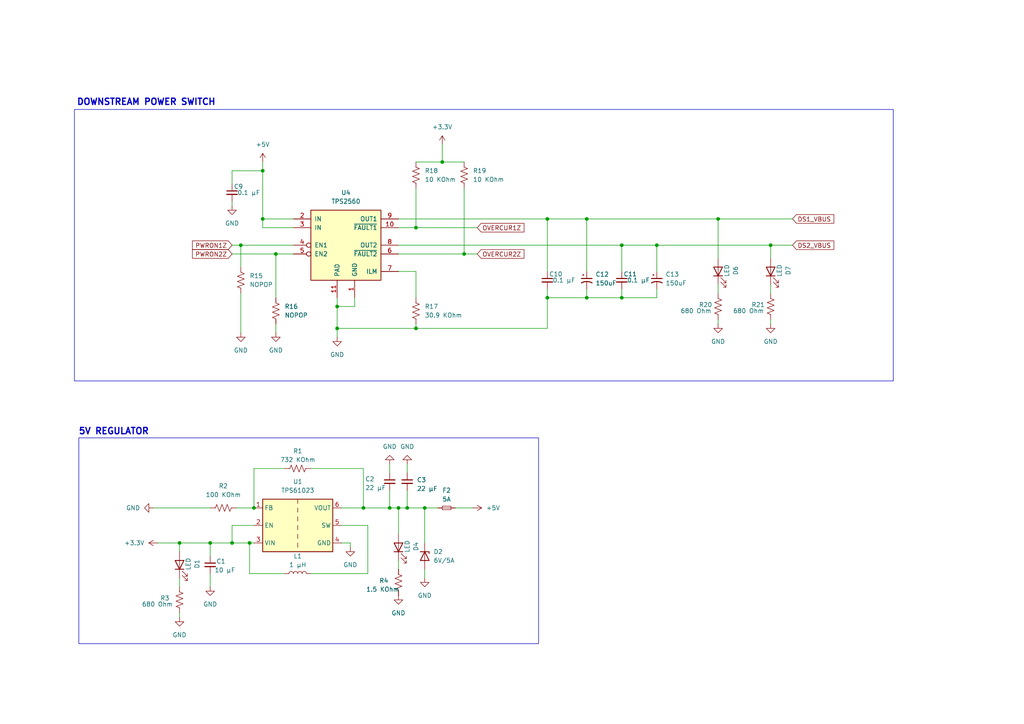
<source format=kicad_sch>
(kicad_sch (version 20250114) (generator "eeschema") (generator_version "9.0")
  (paper "A4")
  (title_block (title "PCI2USB") (date "2025-10-13") (rev "1.0.0") (company "3mdeb Sp. z o.o    Jakub Sobota") (comment 1 "https://www.ti.com/lit/ds/symlink/tps61023.pdf") (comment 2 "https://www.ti.com/lit/ug/sllu146d/sllu146d.pdf") (comment 3 "Based on:") (comment 4 "USB Power"))
  (lib_symbols
    (symbol "DC-DC Converter:TPS61023"
      (property "Reference" "U" (at 0 11.43 0))
      (property "Value" "TPS61023" (at 0 8.89 0))
      (symbol "TPS61023_0_1"
        (rectangle (start -10.16 7.62) (end 10.16 -7.62) (stroke (width 0.254)) (fill (type background)))
        (polyline (pts (xy 0 7.62) (xy 0 6.35)))
        (polyline (pts (xy 0 5.08) (xy 0 3.81)))
        (polyline (pts (xy 0 2.54) (xy 0 1.27)))
        (polyline (pts (xy 0 0) (xy 0 -1.27)))
        (polyline (pts (xy 0 -2.54) (xy 0 -3.81)))
        (polyline (pts (xy 0 -5.08) (xy 0 -6.35)))
      )
      (symbol "TPS61023_1_1"
        (pin input line (at -12.7 5.08 0) (length 2.54) (name "FB") (number "1"))
        (pin input line (at -12.7 0 0) (length 2.54) (name "EN") (number "2"))
        (pin power_in line (at -12.7 -5.08 0) (length 2.54) (name "VIN") (number "3"))
        (pin power_out line (at 12.7 5.08 180) (length 2.54) (name "VOUT") (number "6"))
        (pin input line (at 12.7 0 180) (length 2.54) (name "SW") (number "5"))
        (pin power_in line (at 12.7 -5.08 180) (length 2.54) (name "GND") (number "4"))
      )
    )
    (symbol "Device:C_Polarized_Small_US" (pin_numbers (hide yes)) (pin_names (offset 0.254) (hide yes))
      (property "Reference" "C" (at 0.254 1.778 0))
      (property "Value" "C_Polarized_Small_US" (at 0.254 -2.032 0))
      (symbol "C_Polarized_Small_US_0_1"
        (polyline (pts (xy -1.524 0.508) (xy 1.524 0.508)) (stroke (width 0.3048)))
        (polyline (pts (xy -1.27 1.524) (xy -0.762 1.524)))
        (polyline (pts (xy -1.016 1.27) (xy -1.016 1.778)))
        (arc (start -1.524 -0.762) (mid 0 -0.3734) (end 1.524 -0.762) (stroke (width 0.3048)))
      )
      (symbol "C_Polarized_Small_US_1_1"
        (pin passive line (at 0 2.54 270) (length 2.032) (name "~") (number "1"))
        (pin passive line (at 0 -2.54 90) (length 2.032) (name "~") (number "2"))
      )
    )
    (symbol "Device:C_Small" (pin_numbers (hide yes)) (pin_names (offset 0.254) (hide yes))
      (property "Reference" "C" (at 0.254 1.778 0))
      (property "Value" "C_Small" (at 0.254 -2.032 0))
      (symbol "C_Small_0_1"
        (polyline (pts (xy -1.524 0.508) (xy 1.524 0.508)) (stroke (width 0.3048)))
        (polyline (pts (xy -1.524 -0.508) (xy 1.524 -0.508)) (stroke (width 0.3302)))
      )
      (symbol "C_Small_1_1"
        (pin passive line (at 0 2.54 270) (length 2.032) (name "~") (number "1"))
        (pin passive line (at 0 -2.54 90) (length 2.032) (name "~") (number "2"))
      )
    )
    (symbol "Device:Fuse_Small" (pin_numbers (hide yes)) (pin_names (offset 0.254) (hide yes))
      (property "Reference" "F" (at 0 -1.524 0))
      (property "Value" "Fuse_Small" (at 0 1.524 0))
      (symbol "Fuse_Small_0_1"
        (rectangle (start -1.27 0.508) (end 1.27 -0.508))
        (polyline (pts (xy -1.27 0) (xy 1.27 0)))
      )
      (symbol "Fuse_Small_1_1"
        (pin passive line (at -2.54 0 0) (length 1.27) (name "~") (number "1"))
        (pin passive line (at 2.54 0 180) (length 1.27) (name "~") (number "2"))
      )
    )
    (symbol "Device:L" (pin_numbers (hide yes)) (pin_names (offset 1.016) (hide yes))
      (property "Reference" "L" (at -1.27 0 90))
      (property "Value" "L" (at 1.905 0 90))
      (symbol "L_0_1"
        (arc (start 0 2.54) (mid 0.6323 1.905) (end 0 1.27))
        (arc (start 0 1.27) (mid 0.6323 0.635) (end 0 0))
        (arc (start 0 0) (mid 0.6323 -0.635) (end 0 -1.27))
        (arc (start 0 -1.27) (mid 0.6323 -1.905) (end 0 -2.54))
      )
      (symbol "L_1_1"
        (pin passive line (at 0 3.81 270) (length 1.27) (name "1") (number "1"))
        (pin passive line (at 0 -3.81 90) (length 1.27) (name "2") (number "2"))
      )
    )
    (symbol "Device:LED" (pin_numbers (hide yes)) (pin_names (offset 1.016) (hide yes))
      (property "Reference" "D" (at 0 2.54 0))
      (property "Value" "LED" (at 0 -2.54 0))
      (symbol "LED_0_1"
        (polyline (pts (xy -3.048 -0.762) (xy -4.572 -2.286) (xy -3.81 -2.286) (xy -4.572 -2.286) (xy -4.572 -1.524)))
        (polyline (pts (xy -1.778 -0.762) (xy -3.302 -2.286) (xy -2.54 -2.286) (xy -3.302 -2.286) (xy -3.302 -1.524)))
        (polyline (pts (xy -1.27 0) (xy 1.27 0)))
        (polyline (pts (xy -1.27 -1.27) (xy -1.27 1.27)) (stroke (width 0.254)))
        (polyline (pts (xy 1.27 -1.27) (xy 1.27 1.27) (xy -1.27 0) (xy 1.27 -1.27)) (stroke (width 0.254)))
      )
      (symbol "LED_1_1"
        (pin passive line (at -3.81 0 0) (length 2.54) (name "K") (number "1"))
        (pin passive line (at 3.81 0 180) (length 2.54) (name "A") (number "2"))
      )
    )
    (symbol "Device:R_US" (pin_numbers (hide yes)) (pin_names (offset 0))
      (property "Reference" "R" (at 2.54 0 90))
      (property "Value" "R_US" (at -2.54 0 90))
      (symbol "R_US_0_1"
        (polyline (pts (xy 0 2.286) (xy 0 2.54)))
        (polyline (pts (xy 0 2.286) (xy 1.016 1.905) (xy 0 1.524) (xy -1.016 1.143) (xy 0 0.762)))
        (polyline (pts (xy 0 0.762) (xy 1.016 0.381) (xy 0 0) (xy -1.016 -0.381) (xy 0 -0.762)))
        (polyline (pts (xy 0 -0.762) (xy 1.016 -1.143) (xy 0 -1.524) (xy -1.016 -1.905) (xy 0 -2.286)))
        (polyline (pts (xy 0 -2.286) (xy 0 -2.54)))
      )
      (symbol "R_US_1_1"
        (pin passive line (at 0 3.81 270) (length 1.27) (name "~") (number "1"))
        (pin passive line (at 0 -3.81 90) (length 1.27) (name "~") (number "2"))
      )
    )
    (symbol "Diode:PTVS5V0Z1USK" (pin_numbers (hide yes)) (pin_names (hide yes))
      (property "Reference" "D" (at 0 2.54 0))
      (property "Value" "PTVS5V0Z1USK" (at 0 -2.54 0))
      (symbol "PTVS5V0Z1USK_0_1"
        (polyline (pts (xy -1.27 -1.27) (xy -1.27 1.27) (xy -0.762 1.27)) (stroke (width 0.254)))
        (polyline (pts (xy 1.27 0) (xy -1.27 0)))
        (polyline (pts (xy 1.27 -1.27) (xy 1.27 1.27) (xy -1.27 0) (xy 1.27 -1.27)) (stroke (width 0.254)))
      )
      (symbol "PTVS5V0Z1USK_1_1"
        (pin passive line (at -3.81 0 0) (length 2.54) (name "K") (number "1"))
        (pin passive line (at 3.81 0 180) (length 2.54) (name "A") (number "2"))
      )
    )
    (symbol "Interface_USB:TPS2560" (pin_names (offset 1.016))
      (property "Reference" "U" (at -10.16 12.7 0))
      (property "Value" "TPS2560" (at -5.08 12.7 0))
      (symbol "TPS2560_0_1"
        (rectangle (start -10.16 10.16) (end 10.16 -10.16) (stroke (width 0.254)) (fill (type background)))
      )
      (symbol "TPS2560_1_1"
        (pin power_in line (at -15.24 7.62 0) (length 5.08) (name "IN") (number "2"))
        (pin power_in line (at -15.24 5.08 0) (length 5.08) (name "IN") (number "3"))
        (pin input inverted (at -15.24 0 0) (length 5.08) (name "EN1") (number "4"))
        (pin input inverted (at -15.24 -2.54 0) (length 5.08) (name "EN2") (number "5"))
        (pin power_in line (at -2.54 -15.24 90) (length 5.08) (name "PAD") (number "11"))
        (pin power_in line (at 2.54 -15.24 90) (length 5.08) (name "GND") (number "1"))
        (pin output line (at 15.24 7.62 180) (length 5.08) (name "OUT1") (number "9"))
        (pin output line (at 15.24 5.08 180) (length 5.08) (name "~{FAULT1}") (number "10"))
        (pin output line (at 15.24 0 180) (length 5.08) (name "OUT2") (number "8"))
        (pin output line (at 15.24 -2.54 180) (length 5.08) (name "~{FAULT2}") (number "6"))
        (pin output line (at 15.24 -7.62 180) (length 5.08) (name "ILM") (number "7"))
      )
    )
    (symbol "power:+3.3V" (power) (pin_numbers (hide yes)) (pin_names (offset 0) (hide yes))
      (property "Value" "+3.3V" (at 0 3.556 0))
      (symbol "+3.3V_0_1"
        (polyline (pts (xy -0.762 1.27) (xy 0 2.54)))
        (polyline (pts (xy 0 2.54) (xy 0.762 1.27)))
        (polyline (pts (xy 0 0) (xy 0 2.54)))
      )
      (symbol "+3.3V_1_1"
        (pin power_in line (at 0 0 90) (length 0) (name "~") (number "1"))
      )
    )
    (symbol "power:+5V" (power) (pin_numbers (hide yes)) (pin_names (offset 0) (hide yes))
      (property "Value" "+5V" (at 0 3.556 0))
      (symbol "+5V_0_1"
        (polyline (pts (xy -0.762 1.27) (xy 0 2.54)))
        (polyline (pts (xy 0 2.54) (xy 0.762 1.27)))
        (polyline (pts (xy 0 0) (xy 0 2.54)))
      )
      (symbol "+5V_1_1"
        (pin power_in line (at 0 0 90) (length 0) (name "~") (number "1"))
      )
    )
    (symbol "power:GND" (power) (pin_numbers (hide yes)) (pin_names (offset 0) (hide yes))
      (property "Value" "GND" (at 0 -3.81 0))
      (symbol "GND_0_1"
        (polyline (pts (xy 0 0) (xy 0 -1.27) (xy 1.27 -1.27) (xy 0 -2.54) (xy -1.27 -1.27) (xy 0 -1.27)))
      )
      (symbol "GND_1_1"
        (pin power_in line (at 0 0 270) (length 0) (name "~") (number "1"))
      )
    )
  )
  (rectangle (start 22.86 127) (end 156.21 186.69))
  (rectangle (start 21.59 31.75) (end 259.08 110.49))
  (text "5V REGULATOR" (at 33.02 125.222 0) (effects (font (size 1.8288 1.8288) (thickness 0.3658) (bold yes))))
  (text "DOWNSTREAM POWER SWITCH" (at 42.418 29.718 0) (effects (font (size 1.8288 1.8288) (thickness 0.3658) (bold yes))))
  (junction (at 128.27 46.99))
  (junction (at 120.65 66.04))
  (junction (at 190.5 71.12))
  (junction (at 170.18 86.36))
  (junction (at 123.19 147.32))
  (junction (at 105.41 147.32))
  (junction (at 180.34 71.12))
  (junction (at 134.62 73.66))
  (junction (at 180.34 86.36))
  (junction (at 60.96 157.48))
  (junction (at 52.07 157.48))
  (junction (at 97.79 95.25))
  (junction (at 118.11 147.32))
  (junction (at 208.28 63.5))
  (junction (at 76.2 63.5))
  (junction (at 120.65 95.25))
  (junction (at 158.75 86.36))
  (junction (at 76.2 49.53))
  (junction (at 80.01 73.66))
  (junction (at 97.79 88.9))
  (junction (at 223.52 71.12))
  (junction (at 73.66 147.32))
  (junction (at 158.75 63.5))
  (junction (at 113.03 147.32))
  (junction (at 67.31 157.48))
  (junction (at 170.18 63.5))
  (junction (at 72.39 157.48))
  (junction (at 69.85 71.12))
  (junction (at 115.57 147.32))
  (wire (pts (xy 106.68 166.37) (xy 106.68 152.4)))
  (wire (pts (xy 229.87 63.5) (xy 208.28 63.5)))
  (wire (pts (xy 208.28 82.55) (xy 208.28 85.09)))
  (wire (pts (xy 76.2 49.53) (xy 76.2 63.5)))
  (wire (pts (xy 72.39 157.48) (xy 73.66 157.48)))
  (wire (pts (xy 67.31 152.4) (xy 73.66 152.4)))
  (wire (pts (xy 67.31 71.12) (xy 69.85 71.12)))
  (wire (pts (xy 52.07 157.48) (xy 52.07 160.02)))
  (wire (pts (xy 190.5 71.12) (xy 190.5 78.74)))
  (wire (pts (xy 73.66 147.32) (xy 73.66 135.89)))
  (wire (pts (xy 80.01 73.66) (xy 80.01 86.36)))
  (wire (pts (xy 223.52 92.71) (xy 223.52 93.98)))
  (wire (pts (xy 134.62 73.66) (xy 138.43 73.66)))
  (wire (pts (xy 120.65 78.74) (xy 120.65 86.36)))
  (wire (pts (xy 80.01 73.66) (xy 85.09 73.66)))
  (wire (pts (xy 85.09 66.04) (xy 76.2 66.04)))
  (wire (pts (xy 123.19 147.32) (xy 127 147.32)))
  (wire (pts (xy 44.45 147.32) (xy 60.96 147.32)))
  (wire (pts (xy 128.27 46.99) (xy 134.62 46.99)))
  (wire (pts (xy 120.65 66.04) (xy 138.43 66.04)))
  (wire (pts (xy 170.18 86.36) (xy 158.75 86.36)))
  (wire (pts (xy 170.18 83.82) (xy 170.18 86.36)))
  (wire (pts (xy 223.52 71.12) (xy 229.87 71.12)))
  (wire (pts (xy 102.87 88.9) (xy 97.79 88.9)))
  (wire (pts (xy 82.55 166.37) (xy 72.39 166.37)))
  (wire (pts (xy 69.85 71.12) (xy 69.85 77.47)))
  (wire (pts (xy 120.65 95.25) (xy 158.75 95.25)))
  (wire (pts (xy 115.57 71.12) (xy 180.34 71.12)))
  (wire (pts (xy 113.03 142.24) (xy 113.03 147.32)))
  (wire (pts (xy 90.17 166.37) (xy 106.68 166.37)))
  (wire (pts (xy 118.11 142.24) (xy 118.11 147.32)))
  (wire (pts (xy 52.07 157.48) (xy 60.96 157.48)))
  (wire (pts (xy 105.41 147.32) (xy 113.03 147.32)))
  (wire (pts (xy 115.57 154.94) (xy 115.57 147.32)))
  (wire (pts (xy 99.06 157.48) (xy 101.6 157.48)))
  (wire (pts (xy 120.65 54.61) (xy 120.65 66.04)))
  (wire (pts (xy 180.34 86.36) (xy 170.18 86.36)))
  (wire (pts (xy 67.31 53.34) (xy 67.31 49.53)))
  (wire (pts (xy 60.96 166.37) (xy 60.96 170.18)))
  (wire (pts (xy 67.31 49.53) (xy 76.2 49.53)))
  (wire (pts (xy 52.07 167.64) (xy 52.07 170.18)))
  (wire (pts (xy 115.57 147.32) (xy 118.11 147.32)))
  (wire (pts (xy 115.57 162.56) (xy 115.57 165.1)))
  (wire (pts (xy 67.31 152.4) (xy 67.31 157.48)))
  (wire (pts (xy 180.34 71.12) (xy 180.34 78.74)))
  (wire (pts (xy 97.79 95.25) (xy 97.79 97.79)))
  (wire (pts (xy 170.18 63.5) (xy 158.75 63.5)))
  (wire (pts (xy 115.57 66.04) (xy 120.65 66.04)))
  (wire (pts (xy 76.2 66.04) (xy 76.2 63.5)))
  (wire (pts (xy 180.34 71.12) (xy 190.5 71.12)))
  (wire (pts (xy 113.03 134.62) (xy 113.03 137.16)))
  (wire (pts (xy 123.19 165.1) (xy 123.19 167.64)))
  (wire (pts (xy 123.19 147.32) (xy 123.19 157.48)))
  (wire (pts (xy 60.96 157.48) (xy 67.31 157.48)))
  (wire (pts (xy 180.34 83.82) (xy 180.34 86.36)))
  (wire (pts (xy 115.57 78.74) (xy 120.65 78.74)))
  (wire (pts (xy 69.85 71.12) (xy 85.09 71.12)))
  (wire (pts (xy 106.68 152.4) (xy 99.06 152.4)))
  (wire (pts (xy 128.27 41.91) (xy 128.27 46.99)))
  (wire (pts (xy 208.28 63.5) (xy 208.28 74.93)))
  (wire (pts (xy 132.08 147.32) (xy 137.16 147.32)))
  (wire (pts (xy 190.5 83.82) (xy 190.5 86.36)))
  (wire (pts (xy 52.07 177.8) (xy 52.07 179.07)))
  (wire (pts (xy 68.58 147.32) (xy 73.66 147.32)))
  (wire (pts (xy 73.66 135.89) (xy 82.55 135.89)))
  (wire (pts (xy 120.65 93.98) (xy 120.65 95.25)))
  (wire (pts (xy 118.11 134.62) (xy 118.11 137.16)))
  (wire (pts (xy 113.03 147.32) (xy 115.57 147.32)))
  (wire (pts (xy 105.41 135.89) (xy 105.41 147.32)))
  (wire (pts (xy 60.96 157.48) (xy 60.96 161.29)))
  (wire (pts (xy 158.75 83.82) (xy 158.75 86.36)))
  (wire (pts (xy 158.75 63.5) (xy 115.57 63.5)))
  (wire (pts (xy 208.28 92.71) (xy 208.28 93.98)))
  (wire (pts (xy 223.52 82.55) (xy 223.52 85.09)))
  (wire (pts (xy 69.85 85.09) (xy 69.85 96.52)))
  (wire (pts (xy 223.52 71.12) (xy 223.52 74.93)))
  (wire (pts (xy 158.75 63.5) (xy 158.75 78.74)))
  (wire (pts (xy 45.72 157.48) (xy 52.07 157.48)))
  (wire (pts (xy 97.79 86.36) (xy 97.79 88.9)))
  (wire (pts (xy 76.2 63.5) (xy 85.09 63.5)))
  (wire (pts (xy 101.6 157.48) (xy 101.6 158.75)))
  (wire (pts (xy 118.11 147.32) (xy 123.19 147.32)))
  (wire (pts (xy 67.31 157.48) (xy 72.39 157.48)))
  (wire (pts (xy 90.17 135.89) (xy 105.41 135.89)))
  (wire (pts (xy 80.01 93.98) (xy 80.01 96.52)))
  (wire (pts (xy 115.57 73.66) (xy 134.62 73.66)))
  (wire (pts (xy 170.18 63.5) (xy 170.18 78.74)))
  (wire (pts (xy 67.31 73.66) (xy 80.01 73.66)))
  (wire (pts (xy 158.75 86.36) (xy 158.75 95.25)))
  (wire (pts (xy 134.62 54.61) (xy 134.62 73.66)))
  (wire (pts (xy 67.31 58.42) (xy 67.31 59.69)))
  (wire (pts (xy 190.5 86.36) (xy 180.34 86.36)))
  (wire (pts (xy 72.39 166.37) (xy 72.39 157.48)))
  (wire (pts (xy 102.87 86.36) (xy 102.87 88.9)))
  (wire (pts (xy 190.5 71.12) (xy 223.52 71.12)))
  (wire (pts (xy 208.28 63.5) (xy 170.18 63.5)))
  (wire (pts (xy 99.06 147.32) (xy 105.41 147.32)))
  (wire (pts (xy 76.2 46.99) (xy 76.2 49.53)))
  (wire (pts (xy 97.79 88.9) (xy 97.79 95.25)))
  (wire (pts (xy 97.79 95.25) (xy 120.65 95.25)))
  (wire (pts (xy 120.65 46.99) (xy 128.27 46.99)))
  (global_label "OVERCUR1Z" (shape input) (at 138.43 66.04 0) (property "Intersheetrefs" "${INTERSHEET_REFS}" (at 152.5428 66.04 0) (effects (justify left))))
  (global_label "OVERCUR2Z" (shape input) (at 138.43 73.66 0) (property "Intersheetrefs" "${INTERSHEET_REFS}" (at 152.5428 73.66 0) (effects (justify left))))
  (global_label "PWRON2Z" (shape input) (at 67.31 73.66 180) (property "Intersheetrefs" "${INTERSHEET_REFS}" (at 55.2534 73.66 0) (effects (justify right))))
  (global_label "DS1_VBUS" (shape input) (at 229.87 63.5 0) (property "Intersheetrefs" "${INTERSHEET_REFS}" (at 242.4104 63.5 0) (effects (justify left))))
  (global_label "PWRON1Z" (shape input) (at 67.31 71.12 180) (property "Intersheetrefs" "${INTERSHEET_REFS}" (at 55.2534 71.12 0) (effects (justify right))))
  (global_label "DS2_VBUS" (shape input) (at 229.87 71.12 0) (property "Intersheetrefs" "${INTERSHEET_REFS}" (at 242.4104 71.12 0) (effects (justify left))))
  (symbol (lib_id "power:GND") (at 80.01 96.52 0) (unit 1)
    (property "Reference" "#PWR024" (effects (hide yes)))
    (property "Value" "GND" (at 80.01 101.6 0))
    (property "Description" "Power symbol creates a global label with name \"GND\" , ground" (effects (hide yes)))
  )
  (symbol (lib_id "Device:L") (at 86.36 166.37 90) (unit 1)
    (property "Reference" "L1" (at 86.36 161.29 90))
    (property "Value" "1 μH" (at 86.36 163.83 90))
    (property "Footprint" "Inductor_SMD:L_Chilisin_BMRx00050515" (effects (hide yes)))
    (property "Datasheet" "https://www.mouser.pl/datasheet/3/508/1/BMRx_Series.pdf" (effects (hide yes)))
    (property "Description" "20%, 5A" (effects (hide yes)))
  )
  (symbol (lib_id "Device:R_US") (at 80.01 90.17 180) (unit 1)
    (property "Reference" "R16" (at 82.55 88.8999 0) (effects (justify right)))
    (property "Value" "NOPOP" (at 82.55 91.4399 0) (effects (justify right)))
    (property "Footprint" "Resistor_SMD:R_0402_1005Metric_Pad0.72x0.64mm_HandSolder" (effects (hide yes)))
  )
  (symbol (lib_id "power:GND") (at 123.19 167.64 0) (unit 1)
    (property "Reference" "#PWR09" (effects (hide yes)))
    (property "Value" "GND" (at 123.19 172.72 0))
    (property "Description" "Power symbol creates a global label with name \"GND\" , ground" (effects (hide yes)))
  )
  (symbol (lib_id "Device:R_US") (at 120.65 90.17 180) (unit 1)
    (property "Reference" "R17" (at 123.19 88.8999 0) (effects (justify right)))
    (property "Value" "30.9 KOhm" (at 123.19 91.4399 0) (effects (justify right)))
    (property "Footprint" "Resistor_SMD:R_0402_1005Metric_Pad0.72x0.64mm_HandSolder" (effects (hide yes)))
    (property "Datasheet" "https://industrial.panasonic.com/cdbs/www-data/pdf/RDA0000/AOA0000C304.pdf" (effects (hide yes)))
    (property "Description" "1%, 100mW" (effects (hide yes)))
  )
  (symbol (lib_id "Device:C_Small") (at 180.34 81.28 0) (unit 1)
    (property "Reference" "C11" (at 180.848 79.502 0) (effects (justify left)))
    (property "Value" "0.1 μF" (at 181.864 81.28 0) (effects (justify left)))
    (property "Footprint" "Capacitor_SMD:C_0402_1005Metric_Pad0.74x0.62mm_HandSolder" (effects (hide yes)))
    (property "Datasheet" "https://www.mouser.pl/datasheet/3/76/1/GRM155R70J104KA01-01A.pdf" (effects (hide yes)))
    (property "Description" "X7R, 10%, 6.3V" (effects (hide yes)))
  )
  (symbol (lib_id "Device:R_US") (at 223.52 88.9 0) (unit 1)
    (property "Reference" "R21" (at 217.932 88.392 0) (effects (justify left)))
    (property "Value" "680 Ohm" (at 212.598 90.17 0) (effects (justify left)))
    (property "Footprint" "Resistor_SMD:R_0402_1005Metric_Pad0.72x0.64mm_HandSolder" (effects (hide yes)))
    (property "Datasheet" "https://www.vishay.com/docs/20035/dcrcwe3.pdf" (effects (hide yes)))
    (property "Description" "1%, 63mW" (effects (hide yes)))
  )
  (symbol (lib_id "power:GND") (at 118.11 134.62 180) (unit 1)
    (property "Reference" "#PWR08" (effects (hide yes)))
    (property "Value" "GND" (at 118.11 129.54 0))
    (property "Description" "Power symbol creates a global label with name \"GND\" , ground" (effects (hide yes)))
  )
  (symbol (lib_id "Device:R_US") (at 115.57 168.91 0) (unit 1)
    (property "Reference" "R4" (at 109.982 168.402 0) (effects (justify left)))
    (property "Value" "1.5 KOhm" (at 106.172 170.942 0) (effects (justify left)))
    (property "Footprint" "Resistor_SMD:R_0402_1005Metric_Pad0.72x0.64mm_HandSolder" (effects (hide yes)))
    (property "Datasheet" "https://www.vishay.com/docs/20035/dcrcwe3.pdf" (effects (hide yes)))
    (property "Description" "1%, 63mW" (effects (hide yes)))
  )
  (symbol (lib_id "Interface_USB:TPS2560") (at 100.33 71.12 0) (unit 1)
    (property "Reference" "U4" (at 100.33 55.88 0))
    (property "Value" "TPS2560" (at 100.33 58.42 0))
    (property "Footprint" "Package_SON:VSON-10-1EP_3x3mm_P0.5mm_EP1.65x2.4mm_ThermalVias" (effects (hide yes)))
    (property "Datasheet" "http://www.ti.com/lit/ds/symlink/tps2560.pdf" (effects (hide yes)))
    (property "Description" "Dual channel precision adjustable current-limited power switches" (effects (hide yes)))
  )
  (symbol (lib_id "Device:R_US") (at 52.07 173.99 0) (unit 1)
    (property "Reference" "R3" (at 46.482 173.482 0) (effects (justify left)))
    (property "Value" "680 Ohm" (at 41.148 175.26 0) (effects (justify left)))
    (property "Footprint" "Resistor_SMD:R_0402_1005Metric_Pad0.72x0.64mm_HandSolder" (effects (hide yes)))
    (property "Datasheet" "https://www.vishay.com/docs/20035/dcrcwe3.pdf" (effects (hide yes)))
    (property "Description" "1%, 63mW" (effects (hide yes)))
  )
  (symbol (lib_id "power:+5V") (at 137.16 147.32 270) (unit 1)
    (property "Reference" "#PWR010" (effects (hide yes)))
    (property "Value" "+5V" (at 140.97 147.3199 90) (effects (justify left)))
    (property "Description" "Power symbol creates a global label with name \"+5V\"" (effects (hide yes)))
  )
  (symbol (lib_id "power:GND") (at 223.52 93.98 0) (unit 1)
    (property "Reference" "#PWR036" (effects (hide yes)))
    (property "Value" "GND" (at 223.52 99.06 0))
    (property "Description" "Power symbol creates a global label with name \"GND\" , ground" (effects (hide yes)))
  )
  (symbol (lib_id "Device:C_Polarized_Small_US") (at 170.18 81.28 0) (unit 1)
    (property "Reference" "C12" (at 172.72 79.5781 0) (effects (justify left)))
    (property "Value" "150uF" (at 172.72 82.1181 0) (effects (justify left)))
    (property "Footprint" "Capacitor_SMD:CP_Elec_6.3x5.9" (effects (hide yes)))
    (property "Datasheet" "https://industrial.panasonic.com/cdbs/www-data/pdf/RDE0000/ABA0000C1184.pdf" (effects (hide yes)))
    (property "Description" "Electrolytic, 20%, 10V" (effects (hide yes)))
  )
  (symbol (lib_id "Device:R_US") (at 120.65 50.8 180) (unit 1)
    (property "Reference" "R18" (at 123.19 49.5299 0) (effects (justify right)))
    (property "Value" "10 KOhm" (at 123.19 52.0699 0) (effects (justify right)))
    (property "Footprint" "Resistor_SMD:R_0402_1005Metric_Pad0.72x0.64mm_HandSolder" (effects (hide yes)))
    (property "Datasheet" "https://industrial.panasonic.com/cdbs/www-data/pdf/RDA0000/AOA0000C304.pdf" (effects (hide yes)))
    (property "Description" "1%, 100mW" (effects (hide yes)))
  )
  (symbol (lib_id "Device:R_US") (at 69.85 81.28 180) (unit 1)
    (property "Reference" "R15" (at 72.39 80.0099 0) (effects (justify right)))
    (property "Value" "NOPOP" (at 72.39 82.5499 0) (effects (justify right)))
    (property "Footprint" "Resistor_SMD:R_0402_1005Metric_Pad0.72x0.64mm_HandSolder" (effects (hide yes)))
  )
  (symbol (lib_id "power:GND") (at 115.57 172.72 0) (unit 1)
    (property "Reference" "#PWR07" (effects (hide yes)))
    (property "Value" "GND" (at 115.57 177.8 0))
    (property "Description" "Power symbol creates a global label with name \"GND\" , ground" (effects (hide yes)))
  )
  (symbol (lib_id "Device:C_Small") (at 67.31 55.88 0) (unit 1)
    (property "Reference" "C9" (at 67.818 54.102 0) (effects (justify left)))
    (property "Value" "0.1 μF" (at 68.834 55.88 0) (effects (justify left)))
    (property "Footprint" "Capacitor_SMD:C_0402_1005Metric_Pad0.74x0.62mm_HandSolder" (effects (hide yes)))
    (property "Datasheet" "https://www.mouser.pl/datasheet/3/76/1/GRM155R70J104KA01-01A.pdf" (effects (hide yes)))
    (property "Description" "X7R, 10%, 6.3V" (effects (hide yes)))
  )
  (symbol (lib_id "power:+5V") (at 76.2 46.99 0) (unit 1)
    (property "Reference" "#PWR032" (effects (hide yes)))
    (property "Value" "+5V" (at 76.2 41.91 0))
    (property "Description" "Power symbol creates a global label with name \"+5V\"" (effects (hide yes)))
  )
  (symbol (lib_id "Device:R_US") (at 208.28 88.9 0) (unit 1)
    (property "Reference" "R20" (at 202.692 88.392 0) (effects (justify left)))
    (property "Value" "680 Ohm" (at 197.358 90.17 0) (effects (justify left)))
    (property "Footprint" "Resistor_SMD:R_0402_1005Metric_Pad0.72x0.64mm_HandSolder" (effects (hide yes)))
    (property "Datasheet" "https://www.vishay.com/docs/20035/dcrcwe3.pdf" (effects (hide yes)))
    (property "Description" "1%, 63mW" (effects (hide yes)))
  )
  (symbol (lib_id "Device:C_Polarized_Small_US") (at 190.5 81.28 0) (unit 1)
    (property "Reference" "C13" (at 193.04 79.5781 0) (effects (justify left)))
    (property "Value" "150uF" (at 193.04 82.1181 0) (effects (justify left)))
    (property "Footprint" "Capacitor_SMD:CP_Elec_6.3x5.9" (effects (hide yes)))
    (property "Datasheet" "https://industrial.panasonic.com/cdbs/www-data/pdf/RDE0000/ABA0000C1184.pdf" (effects (hide yes)))
    (property "Description" "Electrolytic, 20%, 10V" (effects (hide yes)))
  )
  (symbol (lib_id "DC-DC Converter:TPS61023") (at 86.36 152.4 0) (unit 1)
    (property "Reference" "U1" (at 86.36 139.7 0))
    (property "Value" "TPS61023" (at 86.36 142.24 0))
    (property "Footprint" "DC-DC:TPS61023" (effects (hide yes)))
    (property "Datasheet" "https://www.ti.com/lit/ds/symlink/tps61023.pdf" (effects (hide yes)))
    (property "Description" "3.7-A Boost Converter with 0.5-V Ultra-low Input Voltage" (effects (hide yes)))
  )
  (symbol (lib_id "Device:R_US") (at 64.77 147.32 90) (unit 1)
    (property "Reference" "R2" (at 64.77 140.97 90))
    (property "Value" "100 KOhm" (at 64.77 143.51 90))
    (property "Footprint" "Resistor_SMD:R_0603_1608Metric_Pad0.98x0.95mm_HandSolder" (effects (hide yes)))
    (property "Datasheet" "https://industrial.panasonic.com/cdbs/www-data/pdf/RDO0000/AOA0000C331.pdf" (effects (hide yes)))
    (property "Description" "1%, 200mW" (effects (hide yes)))
  )
  (symbol (lib_id "Device:LED") (at 208.28 78.74 90) (unit 1)
    (property "Reference" "D6" (at 213.36 78.486 0))
    (property "Value" "LED" (at 210.82 78.486 0))
    (property "Footprint" "LED_SMD:LED_0603_1608Metric_Pad1.05x0.95mm_HandSolder" (effects (hide yes)))
    (property "Datasheet" "https://www.mouser.pl/datasheet/3/308/1/APHD1608LCGCK.pdf" (effects (hide yes)))
    (property "Description" "GREEN Light emitting diode" (effects (hide yes)))
    (property "Sim.Pins" "1=K 2=A" (effects (hide yes)))
  )
  (symbol (lib_id "Device:LED") (at 115.57 158.75 90) (unit 1)
    (property "Reference" "D4" (at 120.65 158.496 0))
    (property "Value" "LED" (at 118.11 158.496 0))
    (property "Footprint" "LED_SMD:LED_0603_1608Metric_Pad1.05x0.95mm_HandSolder" (effects (hide yes)))
    (property "Datasheet" "https://www.mouser.pl/datasheet/3/308/1/APHD1608LSURCK.pdf" (effects (hide yes)))
    (property "Description" "RED Light emitting diode" (effects (hide yes)))
    (property "Sim.Pins" "1=K 2=A" (effects (hide yes)))
  )
  (symbol (lib_id "power:GND") (at 101.6 158.75 0) (unit 1)
    (property "Reference" "#PWR05" (effects (hide yes)))
    (property "Value" "GND" (at 101.6 163.83 0))
    (property "Description" "Power symbol creates a global label with name \"GND\" , ground" (effects (hide yes)))
  )
  (symbol (lib_id "power:GND") (at 52.07 179.07 0) (unit 1)
    (property "Reference" "#PWR03" (effects (hide yes)))
    (property "Value" "GND" (at 52.07 184.15 0))
    (property "Description" "Power symbol creates a global label with name \"GND\" , ground" (effects (hide yes)))
  )
  (symbol (lib_id "Device:R_US") (at 134.62 50.8 180) (unit 1)
    (property "Reference" "R19" (at 137.16 49.5299 0) (effects (justify right)))
    (property "Value" "10 KOhm" (at 137.16 52.0699 0) (effects (justify right)))
    (property "Footprint" "Resistor_SMD:R_0402_1005Metric_Pad0.72x0.64mm_HandSolder" (effects (hide yes)))
    (property "Datasheet" "https://industrial.panasonic.com/cdbs/www-data/pdf/RDA0000/AOA0000C304.pdf" (effects (hide yes)))
    (property "Description" "1%, 100mW" (effects (hide yes)))
  )
  (symbol (lib_id "power:+3.3V") (at 45.72 157.48 90) (unit 1)
    (property "Reference" "#PWR01" (effects (hide yes)))
    (property "Value" "+3.3V" (at 41.91 157.4799 90) (effects (justify left)))
    (property "Description" "Power symbol creates a global label with name \"+3.3V\"" (effects (hide yes)))
  )
  (symbol (lib_id "Device:C_Small") (at 158.75 81.28 0) (unit 1)
    (property "Reference" "C10" (at 159.258 79.502 0) (effects (justify left)))
    (property "Value" "0.1 μF" (at 160.274 81.28 0) (effects (justify left)))
    (property "Footprint" "Capacitor_SMD:C_0402_1005Metric_Pad0.74x0.62mm_HandSolder" (effects (hide yes)))
    (property "Datasheet" "https://www.mouser.pl/datasheet/3/76/1/GRM155R70J104KA01-01A.pdf" (effects (hide yes)))
    (property "Description" "X7R, 10%, 6.3V" (effects (hide yes)))
  )
  (symbol (lib_id "power:GND") (at 69.85 96.52 0) (unit 1)
    (property "Reference" "#PWR029" (effects (hide yes)))
    (property "Value" "GND" (at 69.85 101.6 0))
    (property "Description" "Power symbol creates a global label with name \"GND\" , ground" (effects (hide yes)))
  )
  (symbol (lib_id "power:GND") (at 208.28 93.98 0) (unit 1)
    (property "Reference" "#PWR035" (effects (hide yes)))
    (property "Value" "GND" (at 208.28 99.06 0))
    (property "Description" "Power symbol creates a global label with name \"GND\" , ground" (effects (hide yes)))
  )
  (symbol (lib_id "Device:C_Small") (at 60.96 163.83 0) (unit 1)
    (property "Reference" "C1" (at 62.738 162.814 0) (effects (justify left)))
    (property "Value" "10 μF" (at 62.23 165.354 0) (effects (justify left)))
    (property "Footprint" "Capacitor_SMD:C_0805_2012Metric_Pad1.18x1.45mm_HandSolder" (effects (hide yes)))
    (property "Datasheet" "https://search.murata.co.jp/Ceramy/image/img/A01X/G101/ENG/GRM21BR70J106KA73-01A.pdf" (effects (hide yes)))
    (property "Description" "X7R, 10%, 6.3V" (effects (hide yes)))
  )
  (symbol (lib_id "power:GND") (at 97.79 97.79 0) (unit 1)
    (property "Reference" "#PWR031" (effects (hide yes)))
    (property "Value" "GND" (at 97.79 102.87 0))
    (property "Description" "Power symbol creates a global label with name \"GND\" , ground" (effects (hide yes)))
  )
  (symbol (lib_id "power:GND") (at 44.45 147.32 270) (unit 1)
    (property "Reference" "#PWR02" (effects (hide yes)))
    (property "Value" "GND" (at 40.64 147.3199 90) (effects (justify right)))
    (property "Description" "Power symbol creates a global label with name \"GND\" , ground" (effects (hide yes)))
  )
  (symbol (lib_id "Diode:PTVS5V0Z1USK") (at 123.19 161.29 270) (unit 1)
    (property "Reference" "D2" (at 125.73 160.0199 90) (effects (justify left)))
    (property "Value" "6V/5A" (at 125.73 162.5599 90) (effects (justify left)))
    (property "Footprint" "Diode_SMD:D_SOD-523" (effects (hide yes)))
    (property "Datasheet" "https://www.mouser.pl/datasheet/3/3736/1/FFA64C26C476D1F4CE6B232A1F1091977EEA37920C5E016FF7236D6CCD3F512B.pdf" (effects (hide yes)))
    (property "Description" "6V/9V/5A" (effects (hide yes)))
  )
  (symbol (lib_id "Device:R_US") (at 86.36 135.89 90) (unit 1)
    (property "Reference" "R1" (at 86.36 130.81 90))
    (property "Value" "732 KOhm" (at 86.36 133.35 90))
    (property "Footprint" "Resistor_SMD:R_0603_1608Metric_Pad0.98x0.95mm_HandSolder" (effects (hide yes)))
    (property "Datasheet" "https://industrial.panasonic.com/cdbs/www-data/pdf/RDO0000/AOA0000C331.pdf" (effects (hide yes)))
    (property "Description" "1%, 200mW" (effects (hide yes)))
  )
  (symbol (lib_id "power:GND") (at 113.03 134.62 180) (unit 1)
    (property "Reference" "#PWR06" (effects (hide yes)))
    (property "Value" "GND" (at 113.03 129.54 0))
    (property "Description" "Power symbol creates a global label with name \"GND\" , ground" (effects (hide yes)))
  )
  (symbol (lib_id "Device:Fuse_Small") (at 129.54 147.32 0) (unit 1)
    (property "Reference" "F2" (at 129.54 142.24 0))
    (property "Value" "5A" (at 129.54 144.78 0))
    (property "Footprint" "Fuse:Fuse_0603_1608Metric_Pad1.05x0.95mm_HandSolder" (effects (hide yes)))
    (property "Datasheet" "https://www.vishay.com/docs/28747/mfuserie.pdf" (effects (hide yes)))
    (property "Description" "Fast Act Fuse" (effects (hide yes)))
  )
  (symbol (lib_id "power:GND") (at 60.96 170.18 0) (unit 1)
    (property "Reference" "#PWR04" (effects (hide yes)))
    (property "Value" "GND" (at 60.96 175.26 0))
    (property "Description" "Power symbol creates a global label with name \"GND\" , ground" (effects (hide yes)))
  )
  (symbol (lib_id "Device:C_Small") (at 113.03 139.7 0) (unit 1)
    (property "Reference" "C2" (at 105.918 138.938 0) (effects (justify left)))
    (property "Value" "22 μF" (at 105.918 141.478 0) (effects (justify left)))
    (property "Footprint" "Capacitor_SMD:C_0805_2012Metric_Pad1.18x1.45mm_HandSolder" (effects (hide yes)))
    (property "Datasheet" "https://www.samsungsem.com/resources/file/global/support/product_catalog/MLCC.pdf" (effects (hide yes)))
    (property "Description" "X5R, 10%, 6.3V" (effects (hide yes)))
  )
  (symbol (lib_id "Device:LED") (at 223.52 78.74 90) (unit 1)
    (property "Reference" "D7" (at 228.6 78.486 0))
    (property "Value" "LED" (at 226.06 78.486 0))
    (property "Footprint" "LED_SMD:LED_0603_1608Metric_Pad1.05x0.95mm_HandSolder" (effects (hide yes)))
    (property "Datasheet" "https://www.mouser.pl/datasheet/3/308/1/APHD1608LCGCK.pdf" (effects (hide yes)))
    (property "Description" "GREEN Light emitting diode" (effects (hide yes)))
    (property "Sim.Pins" "1=K 2=A" (effects (hide yes)))
  )
  (symbol (lib_id "Device:LED") (at 52.07 163.83 90) (unit 1)
    (property "Reference" "D1" (at 57.15 163.576 0))
    (property "Value" "LED" (at 54.61 163.576 0))
    (property "Footprint" "LED_SMD:LED_0603_1608Metric_Pad1.05x0.95mm_HandSolder" (effects (hide yes)))
    (property "Datasheet" "https://www.mouser.pl/datasheet/3/308/1/APHD1608LCGCK.pdf" (effects (hide yes)))
    (property "Description" "GREEN Light emitting diode" (effects (hide yes)))
    (property "Sim.Pins" "1=K 2=A" (effects (hide yes)))
  )
  (symbol (lib_id "power:GND") (at 67.31 59.69 0) (unit 1)
    (property "Reference" "#PWR033" (effects (hide yes)))
    (property "Value" "GND" (at 67.31 64.77 0))
    (property "Description" "Power symbol creates a global label with name \"GND\" , ground" (effects (hide yes)))
  )
  (symbol (lib_id "Device:C_Small") (at 118.11 139.7 0) (unit 1)
    (property "Reference" "C3" (at 120.904 139.192 0) (effects (justify left)))
    (property "Value" "22 μF" (at 120.904 141.732 0) (effects (justify left)))
    (property "Footprint" "Capacitor_SMD:C_0805_2012Metric_Pad1.18x1.45mm_HandSolder" (effects (hide yes)))
    (property "Datasheet" "https://www.samsungsem.com/resources/file/global/support/product_catalog/MLCC.pdf" (effects (hide yes)))
    (property "Description" "X5R, 10%, 6.3V" (effects (hide yes)))
  )
  (symbol (lib_id "power:+3.3V") (at 128.27 41.91 0) (unit 1)
    (property "Reference" "#PWR034" (effects (hide yes)))
    (property "Value" "+3.3V" (at 128.27 36.83 0))
    (property "Description" "Power symbol creates a global label with name \"+3.3V\"" (effects (hide yes)))
  )
)
</source>
